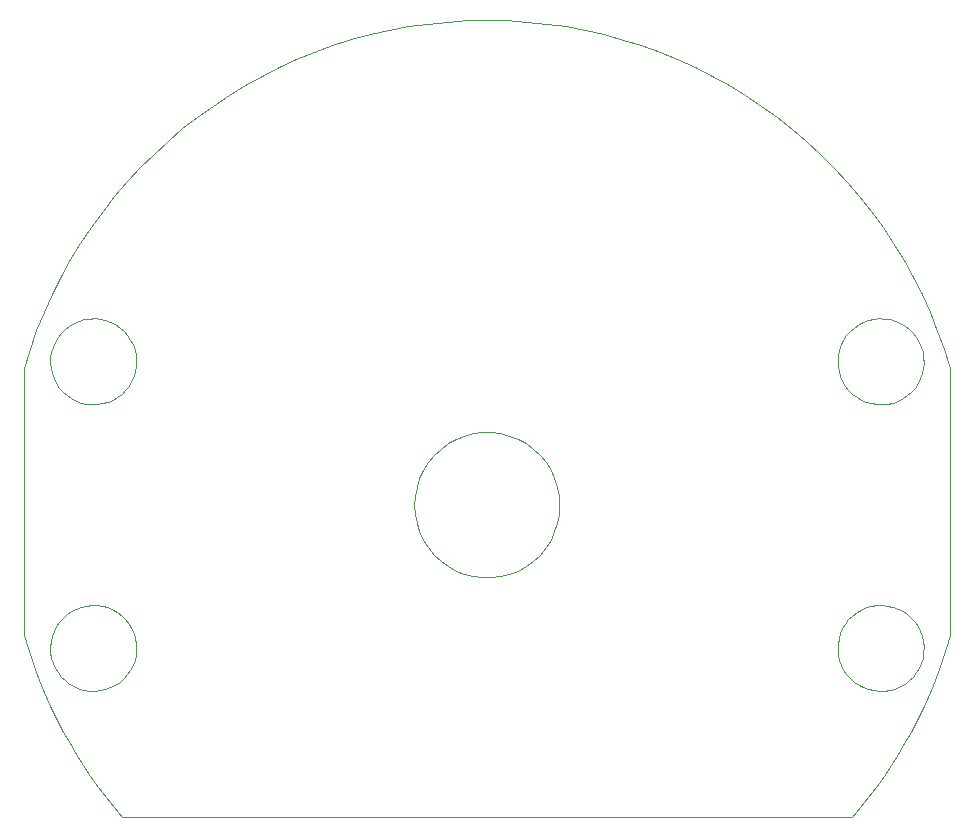
<source format=gm1>
%TF.GenerationSoftware,KiCad,Pcbnew,7.0.11-7.0.11~ubuntu20.04.1*%
%TF.CreationDate,2018-09-28T09:22:47+02:00*%
%TF.ProjectId,helmet__,68656c6d-6574-45f5-9f2e-6b696361645f,rev?*%
%TF.SameCoordinates,Original*%
%TF.FileFunction,Profile,NP*%
%FSLAX46Y46*%
G04 Gerber Fmt 4.6, Leading zero omitted, Abs format (unit mm)*
G04 Created by KiCad (PCBNEW 7.0.11-7.0.11~ubuntu20.04.1) date 2018-09-28 09:22:47*
%MOMM*%
%LPD*%
G01*
G04 APERTURE LIST*
%TA.AperFunction,Profile*%
%ADD10C,0.100000*%
%TD*%
G04 APERTURE END LIST*
D10*
X171998071Y-62738310D02*
X172560814Y-62208782D01*
X141142429Y-87132422D02*
X141706238Y-88080824D01*
X171092372Y-63987406D02*
X171506000Y-63334313D01*
X170525132Y-65422977D02*
X170763691Y-64687311D01*
X206309612Y-80090018D02*
X206211404Y-79643424D01*
X209480153Y-75459643D02*
X209937231Y-75446858D01*
X139149233Y-83197067D02*
X139607648Y-84201101D01*
X179096484Y-61381476D02*
X179772953Y-61754127D01*
X176093174Y-73102131D02*
X176093174Y-73102131D01*
X210838364Y-75592798D02*
X211268076Y-75749212D01*
X206185934Y-78730923D02*
X206259094Y-78279478D01*
X145390137Y-81955845D02*
X145012843Y-82214288D01*
X151956340Y-34103224D02*
X150682290Y-35101004D01*
X206571280Y-77421711D02*
X206805445Y-77028855D01*
X139801026Y-56257862D02*
X139647636Y-55827049D01*
X213434368Y-79441576D02*
X213361315Y-79893024D01*
X146033382Y-52601308D02*
X146289068Y-52980476D01*
X146152891Y-56880650D02*
X145871384Y-57241017D01*
X208352223Y-51486236D02*
X208782045Y-51329865D01*
X211031788Y-82516861D02*
X210592142Y-82642882D01*
X140604535Y-86169310D02*
X141142429Y-87132422D01*
X213310684Y-78082481D02*
X213408898Y-78529188D01*
X141283491Y-75958259D02*
X141690249Y-75749220D01*
X146648703Y-80090009D02*
X146495313Y-80520827D01*
X181865933Y-63987406D02*
X182194615Y-64687311D01*
X210140254Y-82712847D02*
X209683071Y-82725660D01*
X172560814Y-62208782D02*
X173185356Y-61754127D01*
X209480133Y-58449916D02*
X209480133Y-58449916D01*
X140906092Y-57692900D02*
X140564111Y-57389279D01*
X146033379Y-81308188D02*
X145732118Y-81652268D01*
X139549418Y-78529202D02*
X139647631Y-78082495D01*
X210838328Y-58316777D02*
X210392394Y-58418095D01*
X181452306Y-63334313D02*
X181865933Y-63987406D01*
X177631003Y-60904364D02*
X178378728Y-61096734D01*
X207945468Y-82214293D02*
X207568176Y-81955845D01*
X142973975Y-43415479D02*
X142064834Y-44778842D01*
X210074976Y-89929357D02*
X210687344Y-89011672D01*
X172560814Y-71700759D02*
X171998071Y-71171234D01*
X149448258Y-36148688D02*
X148255842Y-37245074D01*
X145732121Y-52257229D02*
X146033382Y-52601308D01*
X213361332Y-54016538D02*
X213434391Y-54467991D01*
X209480133Y-58449916D02*
X209028239Y-58379950D01*
X212371392Y-86166578D02*
X212880770Y-85189308D01*
X215024916Y-80110146D02*
X215371192Y-79059481D01*
X169784463Y-26459856D02*
X168154889Y-26765043D01*
X208352223Y-82423299D02*
X207945468Y-82214293D01*
X142565897Y-58418047D02*
X142565897Y-58418047D01*
X146289068Y-52980476D02*
X146495316Y-53388672D01*
X206924927Y-52601339D02*
X207226191Y-52257268D01*
X146570133Y-56068793D02*
X146387059Y-56487797D01*
X209991791Y-43442284D02*
X209031961Y-42118937D01*
X213450399Y-78984610D02*
X213434368Y-79441576D01*
X142119960Y-75592810D02*
X142565893Y-75491495D01*
X182433174Y-68486567D02*
X182194615Y-69222233D01*
X141111790Y-51804274D02*
X141506189Y-51572868D01*
X212814964Y-81143647D02*
X212533346Y-81504053D01*
X141926520Y-51392661D02*
X142366162Y-51266638D01*
X209028259Y-75529603D02*
X209480153Y-75459643D01*
X210140268Y-51196709D02*
X210592156Y-51266673D01*
X180397494Y-71700759D02*
X179772953Y-72155414D01*
X206170008Y-54721543D02*
X206211393Y-54266118D01*
X211674834Y-75958251D02*
X212052236Y-76216628D01*
X141690253Y-58160322D02*
X141283496Y-57951280D01*
X143930071Y-58379905D02*
X143478179Y-58449870D01*
X212880770Y-85189308D02*
X213363677Y-84198474D01*
X210687344Y-89011672D02*
X211274395Y-88078293D01*
X206463000Y-80520830D02*
X206309612Y-80090018D01*
X206388168Y-56068832D02*
X206259063Y-55630070D01*
X144790045Y-58073699D02*
X144369714Y-58253861D01*
X214650741Y-81149909D02*
X215024916Y-80110146D01*
X206211404Y-79643424D02*
X206170016Y-79188002D01*
X211274395Y-88078293D02*
X211835839Y-87129752D01*
X211452135Y-51572900D02*
X211846530Y-51804310D01*
X209227976Y-82681083D02*
X209227976Y-82681083D01*
X175327299Y-60904364D02*
X176093174Y-60807414D01*
X144369714Y-58253861D02*
X143930071Y-58379905D01*
X215184646Y-53800181D02*
X214617506Y-52211651D01*
X173861824Y-61381476D02*
X174579581Y-61096734D01*
X140143337Y-81143664D02*
X139909169Y-80750810D01*
X211846530Y-51804310D02*
X212208926Y-52083279D01*
X146699243Y-78279464D02*
X146772406Y-78730915D01*
X139647631Y-78082495D02*
X139801021Y-77651680D01*
X137774902Y-53763038D02*
X137268986Y-55383190D01*
X139660651Y-49105861D02*
X138972333Y-50623172D01*
X142064834Y-44778842D02*
X141208501Y-46182495D01*
X143021096Y-75446870D02*
X143478174Y-75459626D01*
X145546835Y-76346247D02*
X145871381Y-76668477D01*
X176093174Y-73102131D02*
X175327299Y-73005182D01*
X173185356Y-61754127D02*
X173861824Y-61381476D01*
X212533363Y-52405503D02*
X212814984Y-52765916D01*
X147106643Y-38388961D02*
X146002258Y-39579147D01*
X213157302Y-77651669D02*
X213310684Y-78082481D01*
X138972333Y-50623172D02*
X138343217Y-52175965D01*
X140749390Y-81826300D02*
X140424955Y-81504073D01*
X141506189Y-51572868D02*
X141926520Y-51392661D01*
X208022433Y-40838293D02*
X206964811Y-39601556D01*
X143934325Y-42093608D02*
X142973975Y-43415479D01*
X211268076Y-75749212D02*
X211674834Y-75958251D01*
X211674800Y-57951325D02*
X211268039Y-58160370D01*
X142818054Y-51196677D02*
X143275242Y-51183836D01*
X212052208Y-57692950D02*
X211674800Y-57951325D01*
X207411464Y-57563289D02*
X207086925Y-57241059D01*
X201011279Y-34118648D02*
X199698692Y-33170656D01*
X145390140Y-51953648D02*
X145732121Y-52257229D01*
X173861824Y-72528068D02*
X173185356Y-72155414D01*
X210900320Y-44807130D02*
X209991791Y-43442284D01*
X144944286Y-40814430D02*
X143934325Y-42093608D01*
X146289065Y-80929017D02*
X146033379Y-81308188D01*
X211846518Y-82105251D02*
X211452121Y-82336659D01*
X179860473Y-26048352D02*
X178177046Y-25942773D01*
X213049149Y-53158772D02*
X213232221Y-53577778D01*
X142565897Y-58418047D02*
X142119964Y-58316735D01*
X215689282Y-77998449D02*
X215689282Y-55421776D01*
X146788298Y-79187993D02*
X146746916Y-79643415D01*
X146772406Y-78730915D02*
X146788298Y-79187993D01*
X188004323Y-27572204D02*
X186417325Y-27138655D01*
X156002615Y-31421328D02*
X154618102Y-32262184D01*
X179772953Y-61754127D02*
X180397494Y-62208782D01*
X145184550Y-76067214D02*
X145546835Y-76346247D01*
X143730334Y-51228422D02*
X144176267Y-51329833D01*
X146387059Y-56487797D02*
X146152891Y-56880650D01*
X207086951Y-76668494D02*
X207411492Y-76346264D01*
X206259063Y-55630070D02*
X206185897Y-55178621D01*
X208775430Y-91715505D02*
X209437574Y-90830812D01*
X174579581Y-72812808D02*
X173861824Y-72528068D01*
X141208501Y-46182495D02*
X140406574Y-47625235D01*
X146746916Y-79643415D02*
X146648703Y-80090009D01*
X168154889Y-26765043D02*
X166546149Y-27134557D01*
X212695367Y-76864305D02*
X212951159Y-77243474D01*
X212394210Y-76520251D02*
X212695367Y-76864305D01*
X139596983Y-79893044D02*
X139523930Y-79441593D01*
X140262955Y-76864317D02*
X140564105Y-76520262D01*
X146648705Y-53819482D02*
X146746918Y-54266081D01*
X146152889Y-77028844D02*
X146387056Y-77421694D01*
X140092845Y-85192026D02*
X140604535Y-86169310D01*
X181865933Y-69922141D02*
X181452306Y-70575234D01*
X145012843Y-82214288D02*
X144606085Y-82423296D01*
X213232204Y-80331784D02*
X213049129Y-80750790D01*
X141706238Y-88080824D02*
X142295674Y-89013986D01*
X206805411Y-56880692D02*
X206571243Y-56487839D01*
X209227976Y-82681083D02*
X208782042Y-82579667D01*
X192614383Y-29239909D02*
X191104452Y-28624036D01*
X182194615Y-64687311D02*
X182433174Y-65422977D01*
X144369709Y-75655632D02*
X144790040Y-75835792D01*
X208782042Y-82579667D02*
X208352223Y-82423299D01*
X207568173Y-51953684D02*
X207945471Y-51695241D01*
X170380477Y-66182779D02*
X170525132Y-65422977D01*
X209437574Y-90830812D02*
X210074976Y-89929357D01*
X195545978Y-30645546D02*
X194095426Y-29914148D01*
X143021101Y-58462683D02*
X142565897Y-58418047D01*
X138717888Y-82180463D02*
X139149233Y-83197067D01*
X144790040Y-75835792D02*
X145184550Y-76067214D01*
X182626308Y-66954772D02*
X182577827Y-67726765D01*
X139507930Y-54924921D02*
X139523935Y-54467955D01*
X206805445Y-77028855D02*
X207086951Y-76668494D01*
X144903906Y-92583533D02*
X145617142Y-93432477D01*
X214248952Y-82178242D02*
X214650741Y-81149909D01*
X146495313Y-80520827D02*
X146289065Y-80929017D01*
X160351504Y-29231835D02*
X158870915Y-29904951D01*
X153268810Y-33156550D02*
X151956340Y-34103224D01*
X141506185Y-82336682D02*
X141111786Y-82105274D01*
X146570130Y-77840704D02*
X146699243Y-78279464D01*
X139549423Y-55380343D02*
X139507930Y-54924921D01*
X146788300Y-54721503D02*
X146772408Y-55178579D01*
X139507925Y-78984624D02*
X139549418Y-78529202D01*
X211031799Y-51392694D02*
X211452135Y-51572900D01*
X207773755Y-57842322D02*
X207411464Y-57563289D01*
X186417325Y-27138655D02*
X184807843Y-26768291D01*
X139726100Y-53577745D02*
X139909174Y-53158736D01*
X141283496Y-57951280D02*
X140906092Y-57692900D01*
X209937192Y-58462723D02*
X209480133Y-58449916D01*
X199698692Y-33170656D02*
X198349212Y-32275005D01*
X171433276Y-26220197D02*
X169784463Y-26459856D01*
X137268986Y-77999002D02*
X137589162Y-79060556D01*
X213408898Y-78529188D02*
X213450399Y-78984610D01*
X142818052Y-82712870D02*
X142818052Y-82712870D01*
X140906087Y-76216639D02*
X141283491Y-75958259D01*
X180960237Y-71171234D02*
X180397494Y-71700759D01*
X212951159Y-77243474D02*
X213157302Y-77651669D01*
X202285371Y-35117776D02*
X201011279Y-34118648D01*
X171506000Y-63334313D02*
X171998071Y-62738310D01*
X143478179Y-58449870D02*
X143021101Y-58462683D01*
X145617142Y-93432477D02*
X207378057Y-93432477D01*
X174782209Y-25942266D02*
X173099722Y-26047267D01*
X206211393Y-54266118D02*
X206309603Y-53819525D01*
X142366162Y-51266638D02*
X142818054Y-51196677D01*
X178378728Y-61096734D02*
X179096484Y-61381476D01*
X182577827Y-66182779D02*
X182626308Y-66954772D01*
X175327299Y-73005182D02*
X174579581Y-72812808D01*
X145871384Y-57241017D02*
X145546839Y-57563244D01*
X209227979Y-51228450D02*
X209683073Y-51183867D01*
X213989468Y-50657390D02*
X213302130Y-49138602D01*
X170763691Y-69222233D02*
X170525132Y-68486567D01*
X146772408Y-55178579D02*
X146699245Y-55630027D01*
X177631003Y-73005182D02*
X176865133Y-73102131D01*
X138343217Y-52175965D02*
X137774902Y-53763038D01*
X207226194Y-81652270D02*
X206924933Y-81308196D01*
X176093174Y-60807414D02*
X176865133Y-60807414D01*
X171998071Y-71171234D02*
X171506000Y-70575234D01*
X211452121Y-82336659D02*
X211031788Y-82516861D01*
X209683073Y-51183867D02*
X210140268Y-51196709D01*
X206964811Y-39601556D02*
X205860692Y-38409930D01*
X145732118Y-81652268D02*
X145390137Y-81955845D01*
X139909169Y-80750810D02*
X139726095Y-80331803D01*
X142818052Y-82712870D02*
X142366159Y-82642910D01*
X212208912Y-81826280D02*
X211846518Y-82105251D01*
X203519374Y-36166836D02*
X202285371Y-35117776D01*
X150682290Y-35101004D02*
X149448258Y-36148688D01*
X143730330Y-82681078D02*
X143275238Y-82725660D01*
X206170016Y-79188002D02*
X206185934Y-78730923D01*
X180960237Y-62738310D02*
X181452306Y-63334313D01*
X208782045Y-51329865D02*
X209227979Y-51228450D01*
X141111786Y-82105274D02*
X140749390Y-81826300D01*
X212695336Y-57045273D02*
X212394185Y-57389324D01*
X148255842Y-37245074D02*
X147106643Y-38388961D01*
X212052236Y-76216628D02*
X212394210Y-76520251D01*
X213434391Y-54467991D02*
X213450365Y-54924963D01*
X140424959Y-52405472D02*
X140749394Y-52083246D01*
X207945471Y-51695241D02*
X208352223Y-51486236D01*
X154618102Y-32262184D02*
X153268810Y-33156550D01*
X207378057Y-93432477D02*
X208088828Y-92582906D01*
X157420753Y-30635183D02*
X156002615Y-31421328D01*
X176865133Y-73102131D02*
X176093174Y-73102131D01*
X176479135Y-25906403D02*
X174782209Y-25942266D01*
X140262960Y-57045222D02*
X140007164Y-56666051D01*
X142295674Y-89013986D02*
X142910448Y-89931372D01*
X140749394Y-52083246D02*
X141111790Y-51804274D01*
X213363677Y-84198474D02*
X213819833Y-83194606D01*
X211835839Y-87129752D02*
X212371392Y-86166578D01*
X139909174Y-53158736D02*
X140143341Y-52765885D01*
X208168291Y-75835809D02*
X208588621Y-75655652D01*
X213819833Y-83194606D02*
X214248952Y-82178242D01*
X140564111Y-57389279D02*
X140262960Y-57045222D01*
X207226191Y-52257268D02*
X207568173Y-51953684D01*
X145871381Y-76668477D02*
X146152889Y-77028844D01*
X181527817Y-26221934D02*
X179860473Y-26048352D01*
X170380477Y-67726765D02*
X170331996Y-66954772D01*
X207568176Y-81955845D02*
X207226194Y-81652270D01*
X206669245Y-52980514D02*
X206924927Y-52601339D01*
X194095426Y-29914148D02*
X192614383Y-29239909D01*
X138313901Y-81151823D02*
X138717888Y-82180463D01*
X212394185Y-57389324D02*
X212052208Y-57692950D01*
X146495316Y-53388672D02*
X146648705Y-53819482D01*
X143275242Y-51183836D02*
X143730334Y-51228422D01*
X140564105Y-76520262D02*
X140906087Y-76216639D01*
X139647636Y-55827049D02*
X139549423Y-55380343D01*
X139596988Y-54016501D02*
X139726100Y-53577745D01*
X146002258Y-39579147D02*
X144944286Y-40814430D01*
X145012846Y-51695208D02*
X145390140Y-51953648D01*
X212951133Y-56666096D02*
X212695336Y-57045273D01*
X173185356Y-72155414D02*
X172560814Y-71700759D01*
X140143341Y-52765885D02*
X140424959Y-52405472D01*
X140007159Y-77243488D02*
X140262955Y-76864317D01*
X140406574Y-47625235D02*
X139660651Y-49105861D01*
X141926517Y-82516886D02*
X141506185Y-82336682D01*
X208168265Y-58073744D02*
X207773755Y-57842322D01*
X182577827Y-67726765D02*
X182433174Y-68486567D01*
X137937563Y-80111676D02*
X138313901Y-81151823D01*
X178177046Y-25942773D02*
X176479135Y-25906403D01*
X161860920Y-28617035D02*
X160351504Y-29231835D01*
X143478174Y-75459626D02*
X143930066Y-75529586D01*
X189567233Y-28067733D02*
X188004323Y-27572204D01*
X182433174Y-65422977D02*
X182577827Y-66182779D01*
X173099722Y-26047267D02*
X171433276Y-26220197D01*
X143550270Y-90832446D02*
X144214852Y-91716679D01*
X145184553Y-57842283D02*
X144790045Y-58073699D01*
X140007164Y-56666051D02*
X139801026Y-56257862D01*
X212814984Y-52765916D02*
X213049149Y-53158772D01*
X210592142Y-82642882D02*
X210140254Y-82712847D01*
X212557092Y-47656493D02*
X211755956Y-46212267D01*
X144176263Y-82579664D02*
X143730330Y-82681078D01*
X196964441Y-31432901D02*
X195545978Y-30645546D01*
X213450365Y-54924963D02*
X213408872Y-55380382D01*
X139523930Y-79441593D02*
X139507925Y-78984624D01*
X144606089Y-51486198D02*
X145012846Y-51695208D01*
X142119964Y-58316735D02*
X141690253Y-58160322D01*
X213049129Y-80750790D02*
X212814964Y-81143647D01*
X212533346Y-81504053D02*
X212208912Y-81826280D01*
X215371192Y-79059481D02*
X215689282Y-77998449D01*
X206309603Y-53819525D02*
X206462997Y-53388708D01*
X145546839Y-57563244D02*
X145184553Y-57842283D01*
X180397494Y-62208782D02*
X180960237Y-62738310D01*
X146746918Y-54266081D02*
X146788300Y-54721503D01*
X166546149Y-27134557D02*
X164959841Y-27567195D01*
X207086925Y-57241059D02*
X206805411Y-56880692D01*
X213157271Y-56257904D02*
X212951133Y-56666096D01*
X207411492Y-76346264D02*
X207773784Y-76067228D01*
X137589162Y-79060556D02*
X137937563Y-80111676D01*
X213232221Y-53577778D02*
X213361332Y-54016538D01*
X179772953Y-72155414D02*
X179096484Y-72528068D01*
X143275238Y-82725660D02*
X142818052Y-82712870D01*
X198349212Y-32275005D02*
X196964441Y-31432901D01*
X208588621Y-75655652D02*
X209028259Y-75529603D01*
X209028239Y-58379950D02*
X208588596Y-58253909D01*
X170331996Y-66954772D02*
X170380477Y-66182779D01*
X140424955Y-81504073D02*
X140143337Y-81143664D01*
X209031961Y-42118937D02*
X208022433Y-40838293D01*
X209683071Y-82725660D02*
X209227976Y-82681083D01*
X176865133Y-60807414D02*
X177631003Y-60904364D01*
X171506000Y-70575234D02*
X171092372Y-69922141D01*
X183177474Y-26462316D02*
X181527817Y-26221934D01*
X210592156Y-51266673D02*
X211031799Y-51392694D01*
X208588596Y-58253909D02*
X208168265Y-58073744D01*
X146699245Y-55630027D02*
X146570133Y-56068793D01*
X210392431Y-75491486D02*
X210838364Y-75592798D01*
X170763691Y-64687311D02*
X171092372Y-63987406D01*
X142366159Y-82642910D02*
X141926517Y-82516886D01*
X144214852Y-91716679D02*
X144903906Y-92583533D01*
X209937231Y-75446858D02*
X210392431Y-75491486D01*
X213361315Y-79893024D02*
X213232204Y-80331784D01*
X206571243Y-56487839D02*
X206388168Y-56068832D01*
X214617506Y-52211651D02*
X213989468Y-50657390D01*
X206259094Y-78279478D02*
X206388202Y-77840715D01*
X205860692Y-38409930D02*
X204711681Y-37264623D01*
X142910448Y-89931372D02*
X143550270Y-90832446D01*
X204711681Y-37264623D02*
X203519374Y-36166836D01*
X206669251Y-80929022D02*
X206463000Y-80520830D01*
X215689282Y-55421776D02*
X215184646Y-53800181D01*
X137268986Y-55383190D02*
X137268986Y-77999002D01*
X139801021Y-77651680D02*
X140007159Y-77243488D01*
X206924933Y-81308196D02*
X206669251Y-80929022D01*
X139726095Y-80331803D02*
X139596983Y-79893044D01*
X144606085Y-82423296D02*
X144176263Y-82579664D01*
X144176267Y-51329833D02*
X144606089Y-51486198D01*
X181452306Y-70575234D02*
X180960237Y-71171234D01*
X142565893Y-75491495D02*
X143021096Y-75446870D01*
X143930066Y-75529586D02*
X144369709Y-75655632D01*
X213302130Y-49138602D02*
X212557092Y-47656493D01*
X179096484Y-72528068D02*
X178378728Y-72812808D01*
X178378728Y-72812808D02*
X177631003Y-73005182D01*
X146387056Y-77421694D02*
X146570130Y-77840704D01*
X171092372Y-69922141D02*
X170763691Y-69222233D01*
X163397566Y-28061755D02*
X161860920Y-28617035D01*
X158870915Y-29904951D02*
X157420753Y-30635183D01*
X164959841Y-27567195D02*
X163397566Y-28061755D01*
X206388202Y-77840715D02*
X206571280Y-77421711D01*
X182194615Y-69222233D02*
X181865933Y-69922141D01*
X208088828Y-92582906D02*
X208775430Y-91715505D01*
X207773784Y-76067228D02*
X208168291Y-75835809D01*
X139523935Y-54467955D02*
X139596988Y-54016501D01*
X176479135Y-25906403D02*
X176479135Y-25906403D01*
X191104452Y-28624036D02*
X189567233Y-28067733D01*
X210392394Y-58418095D02*
X209937192Y-58462723D01*
X213408872Y-55380382D02*
X213310659Y-55827089D01*
X211755956Y-46212267D02*
X210900320Y-44807130D01*
X141690249Y-75749220D02*
X142119960Y-75592810D01*
X211268039Y-58160370D02*
X210838328Y-58316777D01*
X206185897Y-55178621D02*
X206170008Y-54721543D01*
X139607648Y-84201101D02*
X140092845Y-85192026D01*
X184807843Y-26768291D02*
X183177474Y-26462316D01*
X174579581Y-61096734D02*
X175327299Y-60904364D01*
X170525132Y-68486567D02*
X170380477Y-67726765D01*
X213310659Y-55827089D02*
X213157271Y-56257904D01*
X206462997Y-53388708D02*
X206669245Y-52980514D01*
X212208926Y-52083279D02*
X212533363Y-52405503D01*
M02*

</source>
